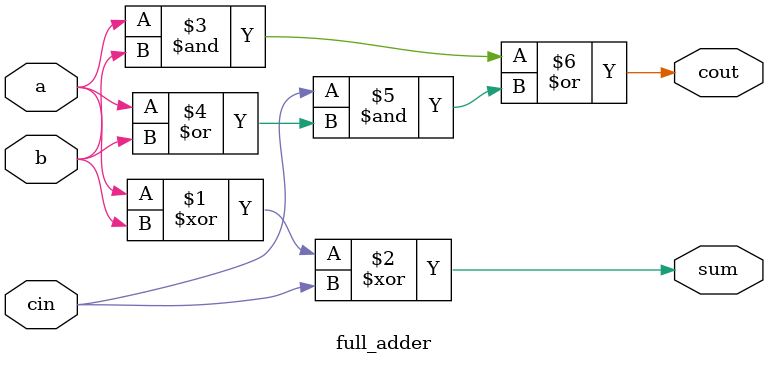
<source format=v>
module part2 (SW, LEDG, LEDR);

	input [8:0] SW;
	output [8:0] LEDR;
	output [4:0] LEDG;
	
	wire x;
	assign x = SW[8:0];
	assign LEDR = SW;

	wire c1, c2, c3;

	full_adder FA0(SW[0], SW[4], SW[8], LEDG[0], c1);
	full_adder FA1(SW[1], SW[5], c1, LEDG[1], c2);
	full_adder FA2(SW[2], SW[6], c2, LEDG[2], c3);
	full_adder FA3(SW[3], SW[7], c3, LEDG[3], LEDG[4]);
  
endmodule

module full_adder(sum,cout,a,b,cin);
	output sum, cout;
	input a,b,cin;
	assign sum = a^b^cin;
	assign cout = (a&b)|(cin&(a|b));
	
endmodule


</source>
